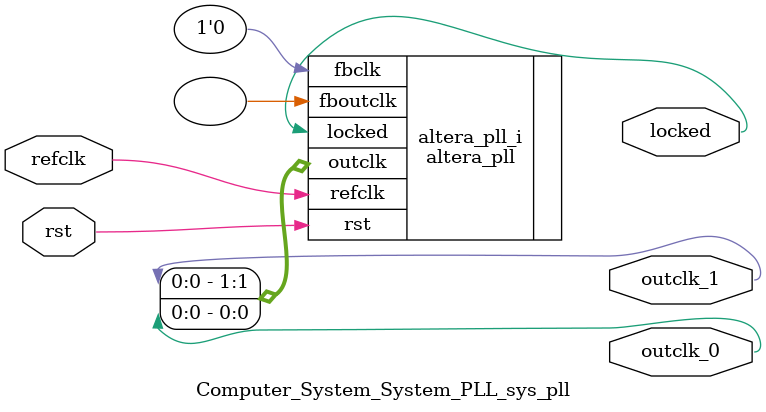
<source format=v>
`timescale 1ns/10ps
module  Computer_System_System_PLL_sys_pll(

	// interface 'refclk'
	input wire refclk,

	// interface 'reset'
	input wire rst,

	// interface 'outclk0'
	output wire outclk_0,

	// interface 'outclk1'
	output wire outclk_1,

	// interface 'locked'
	output wire locked
);

	altera_pll #(
		.fractional_vco_multiplier("false"),
		.reference_clock_frequency("50.0 MHz"),
		.operation_mode("direct"),
		.number_of_clocks(2),
		.output_clock_frequency0("100.000000 MHz"),
		.phase_shift0("0 ps"),
		.duty_cycle0(50),
		.output_clock_frequency1("100.000000 MHz"),
		.phase_shift1("-3000 ps"),
		.duty_cycle1(50),
		.output_clock_frequency2("0 MHz"),
		.phase_shift2("0 ps"),
		.duty_cycle2(50),
		.output_clock_frequency3("0 MHz"),
		.phase_shift3("0 ps"),
		.duty_cycle3(50),
		.output_clock_frequency4("0 MHz"),
		.phase_shift4("0 ps"),
		.duty_cycle4(50),
		.output_clock_frequency5("0 MHz"),
		.phase_shift5("0 ps"),
		.duty_cycle5(50),
		.output_clock_frequency6("0 MHz"),
		.phase_shift6("0 ps"),
		.duty_cycle6(50),
		.output_clock_frequency7("0 MHz"),
		.phase_shift7("0 ps"),
		.duty_cycle7(50),
		.output_clock_frequency8("0 MHz"),
		.phase_shift8("0 ps"),
		.duty_cycle8(50),
		.output_clock_frequency9("0 MHz"),
		.phase_shift9("0 ps"),
		.duty_cycle9(50),
		.output_clock_frequency10("0 MHz"),
		.phase_shift10("0 ps"),
		.duty_cycle10(50),
		.output_clock_frequency11("0 MHz"),
		.phase_shift11("0 ps"),
		.duty_cycle11(50),
		.output_clock_frequency12("0 MHz"),
		.phase_shift12("0 ps"),
		.duty_cycle12(50),
		.output_clock_frequency13("0 MHz"),
		.phase_shift13("0 ps"),
		.duty_cycle13(50),
		.output_clock_frequency14("0 MHz"),
		.phase_shift14("0 ps"),
		.duty_cycle14(50),
		.output_clock_frequency15("0 MHz"),
		.phase_shift15("0 ps"),
		.duty_cycle15(50),
		.output_clock_frequency16("0 MHz"),
		.phase_shift16("0 ps"),
		.duty_cycle16(50),
		.output_clock_frequency17("0 MHz"),
		.phase_shift17("0 ps"),
		.duty_cycle17(50),
		.pll_type("General"),
		.pll_subtype("General")
	) altera_pll_i (
		.rst	(rst),
		.outclk	({outclk_1, outclk_0}),
		.locked	(locked),
		.fboutclk	( ),
		.fbclk	(1'b0),
		.refclk	(refclk)
	);
endmodule


</source>
